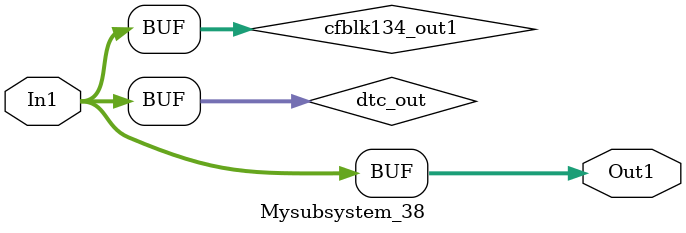
<source format=v>



`timescale 1 ns / 1 ns

module Mysubsystem_38
          (In1,
           Out1);


  input   [7:0] In1;  // uint8
  output  [7:0] Out1;  // uint8


  wire [7:0] dtc_out;  // ufix8
  wire [7:0] cfblk134_out1;  // uint8


  assign dtc_out = In1;



  assign cfblk134_out1 = dtc_out;



  assign Out1 = cfblk134_out1;

endmodule  // Mysubsystem_38


</source>
